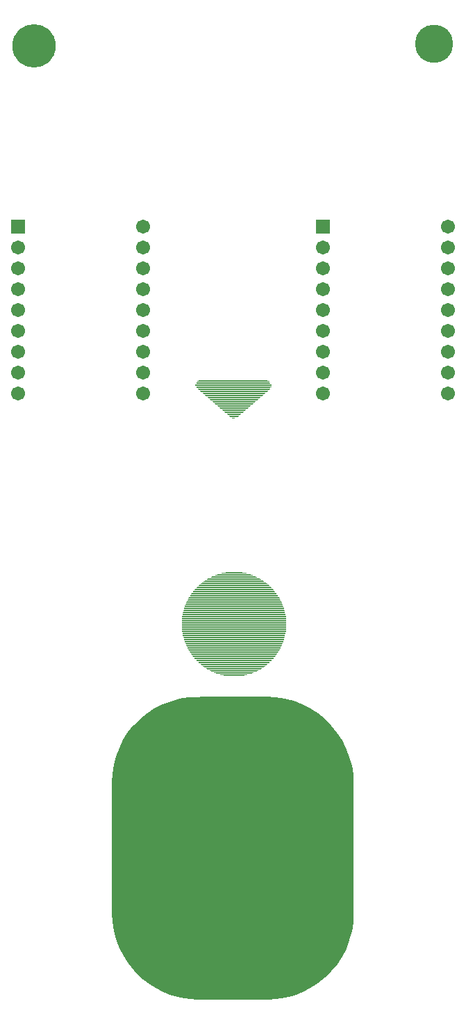
<source format=gbr>
G04 EAGLE Gerber X2 export*
%TF.Part,Single*%
%TF.FileFunction,Soldermask,Top,1*%
%TF.FilePolarity,Negative*%
%TF.GenerationSoftware,Autodesk,EAGLE,9.0.1*%
%TF.CreationDate,2018-06-28T06:38:32Z*%
G75*
%MOMM*%
%FSLAX34Y34*%
%LPD*%
%AMOC8*
5,1,8,0,0,1.08239X$1,22.5*%
G01*
%ADD10R,0.421637X0.084581*%
%ADD11R,0.678181X0.084838*%
%ADD12R,1.016000X0.084581*%
%ADD13R,1.186181X0.084581*%
%ADD14R,1.353819X0.084838*%
%ADD15R,1.524000X0.084581*%
%ADD16R,1.694181X0.084581*%
%ADD17R,1.861819X0.084838*%
%ADD18R,2.202181X0.084581*%
%ADD19R,2.369819X0.084581*%
%ADD20R,2.540000X0.084838*%
%ADD21R,2.710181X0.084581*%
%ADD22R,2.877819X0.084581*%
%ADD23R,3.048000X0.084838*%
%ADD24R,3.385819X0.084581*%
%ADD25R,3.556000X0.084581*%
%ADD26R,3.726181X0.084838*%
%ADD27R,3.893819X0.084581*%
%ADD28R,4.064000X0.084581*%
%ADD29R,4.318000X0.084838*%
%ADD30R,4.572000X0.084581*%
%ADD31R,4.742181X0.084581*%
%ADD32R,4.909819X0.084838*%
%ADD33R,5.080000X0.084581*%
%ADD34R,5.250181X0.084581*%
%ADD35R,5.588000X0.084838*%
%ADD36R,5.758181X0.084581*%
%ADD37R,5.925819X0.084581*%
%ADD38R,6.096000X0.084838*%
%ADD39R,6.266181X0.084581*%
%ADD40R,6.433819X0.084581*%
%ADD41R,6.774181X0.084838*%
%ADD42R,6.941819X0.084581*%
%ADD43R,7.112000X0.084581*%
%ADD44R,7.282181X0.084838*%
%ADD45R,7.449819X0.084581*%
%ADD46R,7.620000X0.084581*%
%ADD47R,7.957819X0.084838*%
%ADD48R,8.128000X0.084581*%
%ADD49R,8.298181X0.084581*%
%ADD50R,8.465819X0.084838*%
%ADD51R,8.636000X0.084581*%
%ADD52R,8.806181X0.084581*%
%ADD53R,8.973819X0.084838*%
%ADD54R,9.057638X0.084581*%
%ADD55R,9.144000X0.084581*%
%ADD56R,9.144000X0.084838*%
%ADD57R,9.230363X0.084581*%
%ADD58R,9.057638X0.084838*%
%ADD59R,8.890000X0.084581*%
%ADD60R,8.890000X0.084838*%
%ADD61R,8.722363X0.084581*%
%ADD62R,8.382000X0.084581*%
%ADD63R,1.607819X0.084838*%
%ADD64R,2.623819X0.084581*%
%ADD65R,3.302000X0.084581*%
%ADD66R,3.893819X0.084838*%
%ADD67R,4.401819X0.084581*%
%ADD68R,4.826000X0.084581*%
%ADD69R,5.163819X0.084838*%
%ADD70R,5.588000X0.084581*%
%ADD71R,6.179819X0.084838*%
%ADD72R,6.520181X0.084581*%
%ADD73R,6.774181X0.084581*%
%ADD74R,7.028181X0.084838*%
%ADD75R,7.282181X0.084581*%
%ADD76R,7.536181X0.084581*%
%ADD77R,7.703819X0.084838*%
%ADD78R,7.957819X0.084581*%
%ADD79R,8.382000X0.084838*%
%ADD80R,8.552181X0.084581*%
%ADD81R,8.719819X0.084581*%
%ADD82R,9.060181X0.084581*%
%ADD83R,9.227819X0.084581*%
%ADD84R,9.398000X0.084838*%
%ADD85R,9.568181X0.084581*%
%ADD86R,9.652000X0.084581*%
%ADD87R,9.822181X0.084838*%
%ADD88R,9.989819X0.084581*%
%ADD89R,10.076181X0.084581*%
%ADD90R,10.243819X0.084838*%
%ADD91R,10.330181X0.084581*%
%ADD92R,10.497819X0.084581*%
%ADD93R,10.584181X0.084838*%
%ADD94R,10.668000X0.084581*%
%ADD95R,10.838181X0.084581*%
%ADD96R,10.922000X0.084838*%
%ADD97R,11.005819X0.084581*%
%ADD98R,11.092181X0.084581*%
%ADD99R,11.176000X0.084838*%
%ADD100R,11.346181X0.084581*%
%ADD101R,11.513819X0.084838*%
%ADD102R,11.513819X0.084581*%
%ADD103R,11.600181X0.084581*%
%ADD104R,11.684000X0.084838*%
%ADD105R,11.767819X0.084581*%
%ADD106R,11.854181X0.084581*%
%ADD107R,11.938000X0.084838*%
%ADD108R,12.021819X0.084581*%
%ADD109R,12.108181X0.084838*%
%ADD110R,12.192000X0.084581*%
%ADD111R,12.275819X0.084838*%
%ADD112R,12.275819X0.084581*%
%ADD113R,12.362181X0.084581*%
%ADD114R,12.362181X0.084838*%
%ADD115R,12.446000X0.084581*%
%ADD116R,12.529819X0.084838*%
%ADD117R,12.529819X0.084581*%
%ADD118R,12.616181X0.084838*%
%ADD119R,12.616181X0.084581*%
%ADD120R,12.700000X0.084838*%
%ADD121R,12.700000X0.084581*%
%ADD122R,12.783819X0.084838*%
%ADD123R,12.783819X0.084581*%
%ADD124R,12.192000X0.084838*%
%ADD125R,12.108181X0.084581*%
%ADD126R,12.021819X0.084838*%
%ADD127R,11.938000X0.084581*%
%ADD128R,11.854181X0.084838*%
%ADD129R,11.430000X0.084838*%
%ADD130R,11.259819X0.084581*%
%ADD131R,10.838181X0.084838*%
%ADD132R,10.751819X0.084581*%
%ADD133R,10.497819X0.084838*%
%ADD134R,10.414000X0.084581*%
%ADD135R,10.160000X0.084838*%
%ADD136R,9.906000X0.084581*%
%ADD137R,9.735819X0.084838*%
%ADD138R,9.481819X0.084581*%
%ADD139R,9.314181X0.084838*%
%ADD140R,8.973819X0.084581*%
%ADD141R,8.806181X0.084838*%
%ADD142R,8.465819X0.084581*%
%ADD143R,8.298181X0.084838*%
%ADD144R,8.044181X0.084581*%
%ADD145R,7.790181X0.084581*%
%ADD146R,7.620000X0.084838*%
%ADD147R,7.366000X0.084581*%
%ADD148R,6.858000X0.084838*%
%ADD149R,6.604000X0.084581*%
%ADD150R,6.350000X0.084581*%
%ADD151R,6.012181X0.084838*%
%ADD152R,5.671819X0.084581*%
%ADD153R,5.334000X0.084581*%
%ADD154R,4.996181X0.084838*%
%ADD155R,3.556000X0.084838*%
%ADD156R,2.964181X0.084581*%
%ADD157R,2.115819X0.084581*%
%ADD158C,5.283200*%
%ADD159C,4.648200*%
%ADD160R,1.711200X1.711200*%
%ADD161C,1.711200*%
%ADD162R,2.053200X1.203200*%

G36*
X421135Y34673D02*
X421135Y34673D01*
X421139Y34672D01*
X432077Y35245D01*
X432083Y35248D01*
X432090Y35247D01*
X442909Y36960D01*
X442915Y36964D01*
X442922Y36963D01*
X453503Y39798D01*
X453508Y39802D01*
X453515Y39802D01*
X463741Y43727D01*
X463746Y43732D01*
X463754Y43733D01*
X473513Y48706D01*
X473518Y48711D01*
X473525Y48712D01*
X482711Y54678D01*
X482715Y54684D01*
X482722Y54686D01*
X491235Y61579D01*
X491238Y61585D01*
X491244Y61588D01*
X498990Y69334D01*
X498992Y69340D01*
X498999Y69343D01*
X505892Y77856D01*
X505894Y77862D01*
X505900Y77867D01*
X511866Y87053D01*
X511867Y87060D01*
X511872Y87065D01*
X516845Y96825D01*
X516846Y96831D01*
X516851Y96837D01*
X520776Y107063D01*
X520776Y107069D01*
X520780Y107075D01*
X523615Y117656D01*
X523614Y117662D01*
X523618Y117669D01*
X525331Y128488D01*
X525330Y128494D01*
X525333Y128501D01*
X525906Y139439D01*
X525905Y139443D01*
X525906Y139446D01*
X525906Y297688D01*
X525905Y297691D01*
X525906Y297695D01*
X525327Y308740D01*
X525324Y308746D01*
X525326Y308753D01*
X523596Y319677D01*
X523592Y319682D01*
X523593Y319689D01*
X520730Y330373D01*
X520726Y330378D01*
X520726Y330385D01*
X516763Y340711D01*
X516758Y340715D01*
X516757Y340723D01*
X511736Y350577D01*
X511731Y350582D01*
X511730Y350589D01*
X505706Y359865D01*
X505700Y359868D01*
X505698Y359875D01*
X498738Y368470D01*
X498732Y368474D01*
X498729Y368480D01*
X490908Y376301D01*
X490902Y376303D01*
X490898Y376310D01*
X482303Y383270D01*
X482297Y383272D01*
X482293Y383278D01*
X473017Y389302D01*
X473010Y389303D01*
X473005Y389308D01*
X463151Y394329D01*
X463144Y394330D01*
X463139Y394335D01*
X452813Y398298D01*
X452807Y398298D01*
X452801Y398302D01*
X442117Y401165D01*
X442111Y401164D01*
X442105Y401168D01*
X431181Y402898D01*
X431174Y402896D01*
X431168Y402899D01*
X420123Y403478D01*
X420119Y403477D01*
X420116Y403478D01*
X338836Y403478D01*
X338825Y403473D01*
X338811Y403476D01*
X338714Y403456D01*
X338695Y403444D01*
X338669Y403438D01*
X338586Y403383D01*
X338574Y403363D01*
X338551Y403348D01*
X338496Y403265D01*
X338492Y403243D01*
X338480Y403224D01*
X335026Y403224D01*
X335023Y403223D01*
X335019Y403224D01*
X324160Y402655D01*
X324154Y402652D01*
X324147Y402654D01*
X313407Y400953D01*
X313401Y400949D01*
X313394Y400950D01*
X302891Y398135D01*
X302886Y398131D01*
X302878Y398131D01*
X292727Y394234D01*
X292722Y394230D01*
X292714Y394229D01*
X283026Y389292D01*
X283021Y389287D01*
X283014Y389286D01*
X273895Y383363D01*
X273891Y383358D01*
X273884Y383356D01*
X265433Y376512D01*
X265430Y376507D01*
X265423Y376504D01*
X257734Y368815D01*
X257732Y368808D01*
X257726Y368805D01*
X250882Y360354D01*
X250881Y360348D01*
X250875Y360343D01*
X244952Y351224D01*
X244951Y351217D01*
X244946Y351212D01*
X240009Y341524D01*
X240008Y341517D01*
X240004Y341512D01*
X236107Y331360D01*
X236107Y331353D01*
X236103Y331347D01*
X233288Y320844D01*
X233289Y320837D01*
X233285Y320831D01*
X231584Y310091D01*
X231586Y310084D01*
X231583Y310078D01*
X231014Y299219D01*
X231015Y299215D01*
X231014Y299212D01*
X231014Y140716D01*
X231015Y140713D01*
X231014Y140709D01*
X231594Y129638D01*
X231597Y129632D01*
X231596Y129625D01*
X233330Y118675D01*
X233333Y118669D01*
X233333Y118662D01*
X236202Y107953D01*
X236206Y107948D01*
X236206Y107940D01*
X240179Y97590D01*
X240184Y97585D01*
X240185Y97578D01*
X245218Y87700D01*
X245223Y87695D01*
X245224Y87688D01*
X251263Y78390D01*
X251268Y78387D01*
X251270Y78380D01*
X258247Y69764D01*
X258253Y69760D01*
X258256Y69754D01*
X266096Y61914D01*
X266102Y61912D01*
X266106Y61905D01*
X274722Y54928D01*
X274728Y54927D01*
X274732Y54921D01*
X284030Y48882D01*
X284037Y48881D01*
X284042Y48876D01*
X293920Y43843D01*
X293927Y43842D01*
X293932Y43837D01*
X304282Y39864D01*
X304289Y39864D01*
X304295Y39860D01*
X315004Y36991D01*
X315010Y36992D01*
X315017Y36988D01*
X325967Y35254D01*
X325973Y35255D01*
X325980Y35252D01*
X337051Y34672D01*
X337055Y34673D01*
X337058Y34672D01*
X421132Y34672D01*
X421135Y34673D01*
G37*
D10*
X379307Y742526D03*
D11*
X379726Y743373D03*
D12*
X379738Y744221D03*
D13*
X379726Y745066D03*
D14*
X379726Y745913D03*
D15*
X379738Y746761D03*
D16*
X379726Y747606D03*
D17*
X379726Y748453D03*
D18*
X379726Y749301D03*
D19*
X379726Y750146D03*
D20*
X379738Y750993D03*
D21*
X379726Y751841D03*
D22*
X379726Y752686D03*
D23*
X379738Y753533D03*
D24*
X379726Y754381D03*
D25*
X379738Y755226D03*
D26*
X379726Y756073D03*
D27*
X379726Y756921D03*
D28*
X379738Y757766D03*
D29*
X379307Y758613D03*
D30*
X379738Y759461D03*
D31*
X379726Y760306D03*
D32*
X379726Y761153D03*
D33*
X379738Y762001D03*
D34*
X379726Y762846D03*
D35*
X379738Y763693D03*
D36*
X379726Y764541D03*
D37*
X379726Y765386D03*
D38*
X379738Y766233D03*
D39*
X379726Y767081D03*
D40*
X379726Y767926D03*
D41*
X379726Y768773D03*
D42*
X379726Y769621D03*
D43*
X379738Y770466D03*
D44*
X379726Y771313D03*
D45*
X379726Y772161D03*
D46*
X379738Y773006D03*
D47*
X379726Y773853D03*
D48*
X379738Y774701D03*
D49*
X379726Y775546D03*
D50*
X379726Y776393D03*
D51*
X379738Y777241D03*
D52*
X379726Y778086D03*
D53*
X379726Y778933D03*
D54*
X379307Y779781D03*
D55*
X379738Y780626D03*
D56*
X379738Y781473D03*
D57*
X379307Y782321D03*
X379307Y783166D03*
D58*
X379307Y784013D03*
D54*
X379307Y784861D03*
D59*
X379307Y785706D03*
D60*
X379307Y786553D03*
D61*
X379307Y787401D03*
D62*
X379307Y788246D03*
D63*
X380157Y428413D03*
D64*
X380157Y429261D03*
D65*
X380145Y430106D03*
D66*
X379726Y430953D03*
D67*
X379726Y431801D03*
D68*
X380145Y432646D03*
D69*
X380157Y433493D03*
D70*
X379738Y434341D03*
D37*
X379726Y435186D03*
D71*
X380157Y436033D03*
D72*
X380157Y436881D03*
D73*
X379726Y437726D03*
D74*
X380157Y438573D03*
D75*
X379726Y439421D03*
D76*
X380157Y440266D03*
D77*
X380157Y441113D03*
D78*
X379726Y441961D03*
D48*
X379738Y442806D03*
D79*
X380145Y443653D03*
D80*
X380157Y444501D03*
D81*
X380157Y445346D03*
D60*
X380145Y446193D03*
D82*
X380157Y447041D03*
D83*
X380157Y447886D03*
D84*
X380145Y448733D03*
D85*
X380157Y449581D03*
D86*
X379738Y450426D03*
D87*
X379726Y451273D03*
D88*
X379726Y452121D03*
D89*
X380157Y452966D03*
D90*
X380157Y453813D03*
D91*
X379726Y454661D03*
D92*
X379726Y455506D03*
D93*
X380157Y456353D03*
D94*
X379738Y457201D03*
D95*
X379726Y458046D03*
D96*
X380145Y458893D03*
D97*
X379726Y459741D03*
D98*
X380157Y460586D03*
D99*
X379738Y461433D03*
D100*
X379726Y462281D03*
X379726Y463126D03*
D101*
X379726Y463973D03*
D102*
X379726Y464821D03*
D103*
X380157Y465666D03*
D104*
X379738Y466513D03*
D105*
X380157Y467361D03*
D106*
X379726Y468206D03*
D107*
X380145Y469053D03*
D108*
X379726Y469901D03*
X379726Y470746D03*
D109*
X380157Y471593D03*
D110*
X379738Y472441D03*
X379738Y473286D03*
D111*
X380157Y474133D03*
D112*
X380157Y474981D03*
D113*
X379726Y475826D03*
D114*
X379726Y476673D03*
D115*
X380145Y477521D03*
X380145Y478366D03*
D116*
X379726Y479213D03*
D117*
X379726Y480061D03*
X379726Y480906D03*
D118*
X380157Y481753D03*
D119*
X380157Y482601D03*
X380157Y483446D03*
D120*
X379738Y484293D03*
D121*
X379738Y485141D03*
X379738Y485986D03*
D120*
X379738Y486833D03*
D121*
X379738Y487681D03*
X379738Y488526D03*
D122*
X380157Y489373D03*
D123*
X380157Y490221D03*
X380157Y491066D03*
D122*
X380157Y491913D03*
D123*
X380157Y492761D03*
X380157Y493606D03*
D120*
X379738Y494453D03*
D121*
X379738Y495301D03*
X379738Y496146D03*
D120*
X379738Y496993D03*
D121*
X379738Y497841D03*
X379738Y498686D03*
D120*
X379738Y499533D03*
D119*
X380157Y500381D03*
X380157Y501226D03*
D118*
X380157Y502073D03*
D117*
X379726Y502921D03*
X379726Y503766D03*
D116*
X379726Y504613D03*
D115*
X380145Y505461D03*
D113*
X379726Y506306D03*
D114*
X379726Y507153D03*
D113*
X379726Y508001D03*
D112*
X380157Y508846D03*
D124*
X379738Y509693D03*
D110*
X379738Y510541D03*
D125*
X380157Y511386D03*
D126*
X379726Y512233D03*
D108*
X379726Y513081D03*
D127*
X380145Y513926D03*
D128*
X379726Y514773D03*
D106*
X379726Y515621D03*
D105*
X380157Y516466D03*
D104*
X379738Y517313D03*
D103*
X380157Y518161D03*
D102*
X379726Y519006D03*
D129*
X380145Y519853D03*
D100*
X379726Y520701D03*
D130*
X380157Y521546D03*
D99*
X379738Y522393D03*
D98*
X380157Y523241D03*
D97*
X379726Y524086D03*
D131*
X379726Y524933D03*
D132*
X380157Y525781D03*
D94*
X379738Y526626D03*
D133*
X379726Y527473D03*
D134*
X380145Y528321D03*
D91*
X379726Y529166D03*
D135*
X379738Y530013D03*
D88*
X379726Y530861D03*
D136*
X380145Y531706D03*
D137*
X380157Y532553D03*
D86*
X379738Y533401D03*
D138*
X379726Y534246D03*
D139*
X379726Y535093D03*
D55*
X379738Y535941D03*
D140*
X379726Y536786D03*
D141*
X379726Y537633D03*
D51*
X379738Y538481D03*
D142*
X379726Y539326D03*
D143*
X379726Y540173D03*
D144*
X380157Y541021D03*
D145*
X379726Y541866D03*
D146*
X379738Y542713D03*
D147*
X380145Y543561D03*
D43*
X379738Y544406D03*
D148*
X380145Y545253D03*
D149*
X379738Y546101D03*
D150*
X380145Y546946D03*
D151*
X380157Y547793D03*
D152*
X380157Y548641D03*
D153*
X380145Y549486D03*
D154*
X380157Y550333D03*
D30*
X379738Y551181D03*
D28*
X379738Y552026D03*
D155*
X379738Y552873D03*
D156*
X380157Y553721D03*
D157*
X380157Y554566D03*
D11*
X379726Y555413D03*
D158*
X136398Y1195832D03*
D159*
X623570Y1198880D03*
D160*
X116832Y976400D03*
D161*
X116832Y951000D03*
X116832Y925600D03*
X116832Y900200D03*
X116832Y874800D03*
X116832Y849400D03*
X116832Y824000D03*
X116832Y798600D03*
X116832Y773200D03*
X269232Y773200D03*
X269232Y798600D03*
X269232Y824000D03*
X269232Y849400D03*
X269232Y874800D03*
X269232Y900200D03*
X269232Y925600D03*
X269232Y951000D03*
X269232Y976400D03*
D160*
X488348Y975990D03*
D161*
X488348Y950590D03*
X488348Y925190D03*
X488348Y899790D03*
X488348Y874390D03*
X488348Y848990D03*
X488348Y823590D03*
X488348Y798190D03*
X488348Y772790D03*
X640748Y772790D03*
X640748Y798190D03*
X640748Y823590D03*
X640748Y848990D03*
X640748Y874390D03*
X640748Y899790D03*
X640748Y925190D03*
X640748Y950590D03*
X640748Y975990D03*
D162*
G36*
X377027Y193605D02*
X391545Y179087D01*
X383037Y170579D01*
X368519Y185097D01*
X377027Y193605D01*
G37*
G36*
X394987Y211565D02*
X409505Y197047D01*
X400997Y188539D01*
X386479Y203057D01*
X394987Y211565D01*
G37*
G36*
X337075Y233556D02*
X351593Y219038D01*
X343085Y210530D01*
X328567Y225048D01*
X337075Y233556D01*
G37*
G36*
X355036Y251517D02*
X369554Y236999D01*
X361046Y228491D01*
X346528Y243009D01*
X355036Y251517D01*
G37*
M02*

</source>
